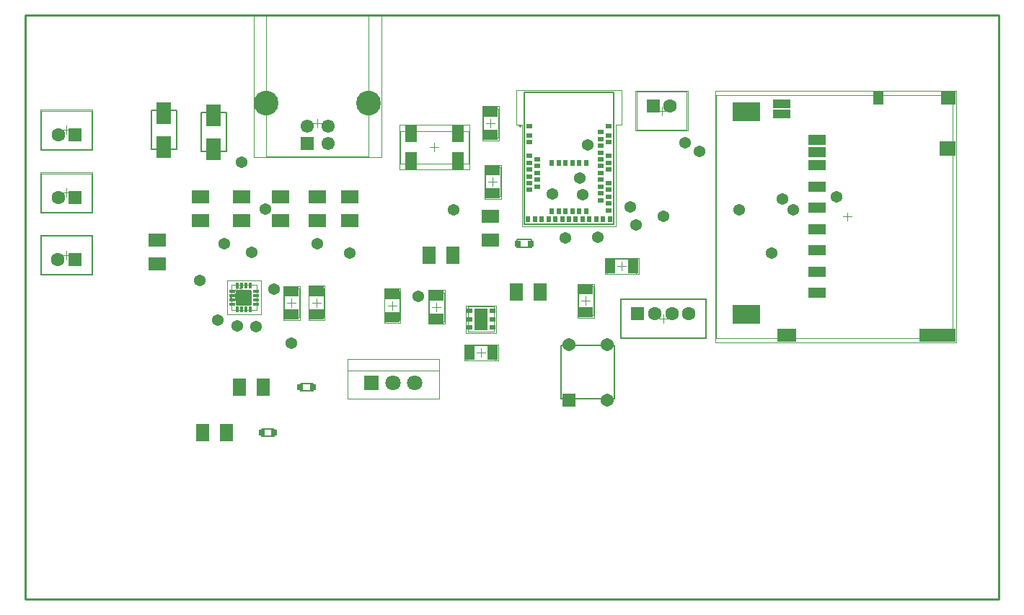
<source format=gts>
G04*
G04 #@! TF.GenerationSoftware,Altium Limited,Altium Designer,21.0.9 (235)*
G04*
G04 Layer_Color=8388736*
%FSLAX25Y25*%
%MOIN*%
G70*
G04*
G04 #@! TF.SameCoordinates,D1A995C4-E234-4582-B38A-79D50AB79B9C*
G04*
G04*
G04 #@! TF.FilePolarity,Negative*
G04*
G01*
G75*
%ADD11C,0.00787*%
%ADD13C,0.00500*%
%ADD14C,0.01000*%
%ADD15C,0.00630*%
%ADD16C,0.00394*%
%ADD17C,0.00197*%
%ADD18R,0.04724X0.06299*%
%ADD19R,0.08268X0.04331*%
%ADD20R,0.09055X0.06496*%
%ADD21R,0.12992X0.08661*%
%ADD22R,0.08071X0.05118*%
%ADD23R,0.06890X0.06299*%
%ADD24R,0.07756X0.06693*%
%ADD25R,0.16811X0.06496*%
%ADD26R,0.02756X0.01968*%
%ADD27R,0.06299X0.09843*%
%ADD28R,0.06394X0.08394*%
%ADD29R,0.07087X0.04724*%
%ADD30R,0.05512X0.07874*%
%ADD31R,0.04724X0.07087*%
%ADD32R,0.02756X0.01968*%
%ADD33R,0.01968X0.02756*%
G04:AMPARAMS|DCode=34|XSize=13.78mil|YSize=27.56mil|CornerRadius=3.94mil|HoleSize=0mil|Usage=FLASHONLY|Rotation=90.000|XOffset=0mil|YOffset=0mil|HoleType=Round|Shape=RoundedRectangle|*
%AMROUNDEDRECTD34*
21,1,0.01378,0.01968,0,0,90.0*
21,1,0.00591,0.02756,0,0,90.0*
1,1,0.00787,0.00984,0.00295*
1,1,0.00787,0.00984,-0.00295*
1,1,0.00787,-0.00984,-0.00295*
1,1,0.00787,-0.00984,0.00295*
%
%ADD34ROUNDEDRECTD34*%
G04:AMPARAMS|DCode=35|XSize=13.78mil|YSize=27.56mil|CornerRadius=3.94mil|HoleSize=0mil|Usage=FLASHONLY|Rotation=0.000|XOffset=0mil|YOffset=0mil|HoleType=Round|Shape=RoundedRectangle|*
%AMROUNDEDRECTD35*
21,1,0.01378,0.01968,0,0,0.0*
21,1,0.00591,0.02756,0,0,0.0*
1,1,0.00787,0.00295,-0.00984*
1,1,0.00787,-0.00295,-0.00984*
1,1,0.00787,-0.00295,0.00984*
1,1,0.00787,0.00295,0.00984*
%
%ADD35ROUNDEDRECTD35*%
G04:AMPARAMS|DCode=36|XSize=70.87mil|YSize=70.87mil|CornerRadius=3.98mil|HoleSize=0mil|Usage=FLASHONLY|Rotation=0.000|XOffset=0mil|YOffset=0mil|HoleType=Round|Shape=RoundedRectangle|*
%AMROUNDEDRECTD36*
21,1,0.07087,0.06291,0,0,0.0*
21,1,0.06291,0.07087,0,0,0.0*
1,1,0.00795,0.03146,-0.03146*
1,1,0.00795,-0.03146,-0.03146*
1,1,0.00795,-0.03146,0.03146*
1,1,0.00795,0.03146,0.03146*
%
%ADD36ROUNDEDRECTD36*%
%ADD37R,0.08394X0.06394*%
%ADD38R,0.03150X0.03150*%
%ADD39R,0.06693X0.09843*%
%ADD40C,0.06299*%
%ADD41R,0.06299X0.06299*%
%ADD42C,0.06102*%
%ADD43R,0.06102X0.06102*%
%ADD44C,0.11417*%
%ADD45R,0.06063X0.06063*%
%ADD46C,0.06063*%
%ADD47R,0.07087X0.07087*%
%ADD48C,0.07087*%
%ADD49C,0.05394*%
%ADD50C,0.02362*%
D11*
X487618Y332618D02*
Y357382D01*
X512382D01*
Y332618D02*
Y357382D01*
X487618Y332618D02*
X512382D01*
X349291Y318772D02*
X354803D01*
Y315228D02*
Y318772D01*
X349291Y315228D02*
X354803D01*
X349291D02*
Y318772D01*
X367244Y339772D02*
X372756D01*
Y336228D02*
Y339772D01*
X367244Y336228D02*
X372756D01*
X367244D02*
Y339772D01*
X467154Y402728D02*
Y406272D01*
Y402728D02*
X473846D01*
Y406272D01*
X467154D02*
X473846D01*
X321252Y446945D02*
X332748D01*
Y465055D01*
X321252D02*
X332748D01*
X321252Y446945D02*
Y465055D01*
X298252Y447945D02*
X309748D01*
Y466055D01*
X298252D02*
X309748D01*
X298252Y447945D02*
Y466055D01*
X468992Y458756D02*
G03*
X468992Y458756I-394J0D01*
G01*
D13*
X470567Y474504D02*
X511905D01*
Y413480D02*
Y474504D01*
X470567Y413480D02*
X511905D01*
X470567D02*
Y474504D01*
D14*
X240000Y510000D02*
X690000D01*
Y240000D02*
Y510000D01*
X240000Y240000D02*
X690000D01*
X240000D02*
Y510000D01*
D15*
X335000Y381074D02*
Y378450D01*
X335525Y377925D01*
X336574D01*
X337099Y378450D01*
Y381074D01*
X340248Y377925D02*
X338149D01*
X340248Y380024D01*
Y380549D01*
X339723Y381074D01*
X338673D01*
X338149Y380549D01*
D16*
X340606Y381862D02*
G03*
X340606Y381862I-1969J0D01*
G01*
X247386Y465858D02*
X270614D01*
X247386Y448142D02*
Y465858D01*
X270614Y448142D02*
Y465858D01*
X247386Y448142D02*
X270614D01*
X247386Y436858D02*
X270614D01*
X247386Y419142D02*
Y436858D01*
X270614Y419142D02*
Y436858D01*
X247386Y419142D02*
X270614D01*
X559130Y360596D02*
Y473195D01*
X668577Y360596D02*
Y473195D01*
X559130Y360596D02*
X668577D01*
X559130Y473195D02*
X668577D01*
X515323Y360976D02*
X554299D01*
X515323D02*
Y378693D01*
X554299Y360976D02*
Y378693D01*
X515323D02*
X554299D01*
X351299Y444783D02*
X398701D01*
Y509744D01*
X351299D02*
X398701D01*
X351299Y444783D02*
Y509744D01*
X444594Y363594D02*
Y375405D01*
X456405D01*
Y363594D02*
Y375405D01*
X444594Y363594D02*
X456405D01*
X444594Y375406D02*
X456406D01*
Y363594D02*
Y375406D01*
X444594Y363594D02*
X456406D01*
X444594D02*
Y375406D01*
X495457Y371307D02*
Y384693D01*
X502543Y371307D02*
Y384693D01*
X495457Y371307D02*
X502543D01*
X495457Y384693D02*
X502543D01*
X413252Y441520D02*
X444748D01*
X413252D02*
Y456480D01*
X444748D01*
Y441520D02*
Y456480D01*
X443992Y357543D02*
X457378D01*
X443992Y350457D02*
X457378D01*
X443992D02*
Y357543D01*
X457378Y350457D02*
Y357543D01*
X426457Y368492D02*
Y381878D01*
X433543Y368492D02*
Y381878D01*
X426457Y368492D02*
X433543D01*
X426457Y381878D02*
X433543D01*
X405957Y368992D02*
Y382378D01*
X413043Y368992D02*
Y382378D01*
X405957Y368992D02*
X413043D01*
X405957Y382378D02*
X413043D01*
X366543Y370260D02*
Y383646D01*
X359457Y370260D02*
Y383646D01*
X366543D01*
X359457Y370260D02*
X366543D01*
X378043Y370354D02*
Y383740D01*
X370957Y370354D02*
Y383740D01*
X378043D01*
X370957Y370354D02*
X378043D01*
X458543Y453354D02*
Y466740D01*
X451457Y453354D02*
Y466740D01*
X458543D01*
X451457Y453354D02*
X458543D01*
X508992Y390457D02*
X522378D01*
X508992Y397543D02*
X522378D01*
Y390457D02*
Y397543D01*
X508992Y390457D02*
Y397543D01*
X452457Y426307D02*
Y439693D01*
X459543Y426307D02*
Y439693D01*
X452457Y426307D02*
X459543D01*
X452457Y439693D02*
X459543D01*
X335094Y373594D02*
X346906D01*
X335094Y385406D02*
X346906D01*
Y373594D02*
Y385406D01*
X335094Y373594D02*
Y385406D01*
X388937Y345709D02*
X431063D01*
X388937Y332717D02*
X431063D01*
Y351220D01*
X388937Y332717D02*
Y351220D01*
X431063D01*
X247323Y390307D02*
X270551D01*
Y408024D01*
X247323Y390307D02*
Y408024D01*
X270551D01*
X522449Y474693D02*
X545677D01*
X522449Y456976D02*
Y474693D01*
X545677Y456976D02*
Y474693D01*
X522449Y456976D02*
X545677D01*
X259000Y455031D02*
Y458968D01*
X257031Y457000D02*
X260968D01*
X259000Y426031D02*
Y429968D01*
X257031Y428000D02*
X260968D01*
X617939Y416896D02*
X621876D01*
X619907Y414927D02*
Y418864D01*
X534811Y367866D02*
Y371803D01*
X532843Y369835D02*
X536780D01*
X375000Y458032D02*
Y461969D01*
X373031Y460000D02*
X376969D01*
X450500Y367532D02*
Y371469D01*
X448532Y369500D02*
X452469D01*
X497032Y378000D02*
X500969D01*
X499000Y376032D02*
Y379969D01*
X495260Y370126D02*
Y385874D01*
X502740Y370126D02*
Y385874D01*
X495260Y370126D02*
X502740D01*
X495260Y385874D02*
X502740D01*
X427032Y449000D02*
X430969D01*
X429000Y447032D02*
Y450969D01*
X450685Y352031D02*
Y355969D01*
X448717Y354000D02*
X452654D01*
X442811Y357740D02*
X458559D01*
X442811Y350260D02*
X458559D01*
X442811D02*
Y357740D01*
X458559Y350260D02*
Y357740D01*
X428032Y375185D02*
X431969D01*
X430000Y373217D02*
Y377154D01*
X426260Y367311D02*
Y383059D01*
X433740Y367311D02*
Y383059D01*
X426260Y367311D02*
X433740D01*
X426260Y383059D02*
X433740D01*
X407532Y375685D02*
X411469D01*
X409500Y373717D02*
Y377654D01*
X405760Y367811D02*
Y383559D01*
X413240Y367811D02*
Y383559D01*
X405760Y367811D02*
X413240D01*
X405760Y383559D02*
X413240D01*
X361032Y376953D02*
X364969D01*
X363000Y374984D02*
Y378921D01*
X366740Y369079D02*
Y384827D01*
X359260Y369079D02*
Y384827D01*
X366740D01*
X359260Y369079D02*
X366740D01*
X372532Y377047D02*
X376469D01*
X374500Y375079D02*
Y379016D01*
X378240Y369173D02*
Y384921D01*
X370760Y369173D02*
Y384921D01*
X378240D01*
X370760Y369173D02*
X378240D01*
X453032Y460047D02*
X456969D01*
X455000Y458079D02*
Y462016D01*
X458740Y452173D02*
Y467921D01*
X451260Y452173D02*
Y467921D01*
X458740D01*
X451260Y452173D02*
X458740D01*
X515685Y392032D02*
Y395969D01*
X513717Y394000D02*
X517654D01*
X507811Y390260D02*
X523559D01*
X507811Y397740D02*
X523559D01*
Y390260D02*
Y397740D01*
X507811Y390260D02*
Y397740D01*
X454032Y433000D02*
X457969D01*
X456000Y431032D02*
Y434969D01*
X452260Y425126D02*
Y440874D01*
X459740Y425126D02*
Y440874D01*
X452260Y425126D02*
X459740D01*
X452260Y440874D02*
X459740D01*
X341000Y377532D02*
Y381469D01*
X339032Y379500D02*
X342969D01*
X408031Y340000D02*
X411969D01*
X410000Y338031D02*
Y341968D01*
X256968Y399165D02*
X260905D01*
X258937Y397197D02*
Y401134D01*
X532094Y465835D02*
X536031D01*
X534063Y463866D02*
Y467803D01*
D17*
X246992Y466252D02*
X271008D01*
X246992Y447748D02*
Y466252D01*
X271008Y447748D02*
Y466252D01*
X246992Y447748D02*
X271008D01*
X246992Y437252D02*
X271008D01*
X246992Y418748D02*
Y437252D01*
X271008Y418748D02*
Y437252D01*
X246992Y418748D02*
X271008D01*
X558734Y358777D02*
Y474915D01*
Y358777D02*
X670153D01*
Y474915D01*
X558734D02*
X670153D01*
X514929Y360583D02*
X554693D01*
X514929D02*
Y379087D01*
X554693Y360583D02*
Y379087D01*
X514929D02*
X554693D01*
X345394Y444390D02*
Y510138D01*
X404606D01*
Y444390D02*
Y510138D01*
X345394Y444390D02*
X404606D01*
X443610Y375799D02*
X457390D01*
Y363201D02*
Y375799D01*
X443610Y363201D02*
X457390D01*
X443610D02*
Y375799D01*
X412858Y438567D02*
X445142D01*
X412858D02*
Y459433D01*
X445142D01*
Y438567D02*
Y459433D01*
X466827Y459543D02*
X469583D01*
X466827D02*
Y475488D01*
X515646D01*
Y459543D02*
Y475488D01*
X512890Y459543D02*
X515646D01*
X512890Y412496D02*
Y459543D01*
X469583Y412496D02*
X512890D01*
X469583D02*
Y459543D01*
X333126Y371626D02*
X348874D01*
X333126Y387374D02*
X348874D01*
Y371626D02*
Y387374D01*
X333126Y371626D02*
Y387374D01*
X246929Y389913D02*
X270945D01*
Y408417D01*
X246929Y389913D02*
Y408417D01*
X270945D01*
X522055Y475087D02*
X546071D01*
X522055Y456583D02*
Y475087D01*
X546071Y456583D02*
Y475087D01*
X522055Y456583D02*
X546071D01*
D18*
X634366Y471571D02*
D03*
D19*
X589602Y469012D02*
D03*
Y464287D02*
D03*
D20*
X591728Y362220D02*
D03*
D21*
X573303Y371689D02*
D03*
Y465390D02*
D03*
D22*
X606000Y401315D02*
D03*
Y411157D02*
D03*
Y421000D02*
D03*
Y430842D02*
D03*
Y440685D02*
D03*
Y391472D02*
D03*
Y446590D02*
D03*
Y452496D02*
D03*
Y381630D02*
D03*
D23*
X666512Y471571D02*
D03*
D24*
X666079Y448461D02*
D03*
D25*
X661551Y362220D02*
D03*
D26*
X455815Y373437D02*
D03*
Y369500D02*
D03*
Y365563D02*
D03*
X445185D02*
D03*
Y369500D02*
D03*
Y373437D02*
D03*
D27*
X450500Y369500D02*
D03*
D28*
X467000Y382000D02*
D03*
X478000D02*
D03*
X333000Y317000D02*
D03*
X322000D02*
D03*
X350000Y338000D02*
D03*
X339000D02*
D03*
X426500Y399000D02*
D03*
X437500D02*
D03*
D29*
X499000Y372685D02*
D03*
Y383315D02*
D03*
X430000Y369870D02*
D03*
Y380500D02*
D03*
X409500Y370370D02*
D03*
Y381000D02*
D03*
X363000Y382268D02*
D03*
Y371638D02*
D03*
X374500Y382362D02*
D03*
Y371732D02*
D03*
X455000Y465362D02*
D03*
Y454732D02*
D03*
X456000Y427685D02*
D03*
Y438315D02*
D03*
D30*
X439827Y442701D02*
D03*
Y455299D02*
D03*
X418173Y442701D02*
D03*
Y455299D02*
D03*
D31*
X445370Y354000D02*
D03*
X456000D02*
D03*
X521000Y394000D02*
D03*
X510370D02*
D03*
D32*
X472929Y458756D02*
D03*
Y454425D02*
D03*
Y451276D02*
D03*
Y444976D02*
D03*
X476472Y443402D02*
D03*
X472929Y441827D02*
D03*
X476472Y440252D02*
D03*
X472929Y438677D02*
D03*
X476472Y437102D02*
D03*
X472929Y435528D02*
D03*
X476472Y433953D02*
D03*
X472929Y432378D02*
D03*
X476472Y430803D02*
D03*
X472929Y429228D02*
D03*
X509543Y419780D02*
D03*
Y422929D02*
D03*
X506000Y424504D02*
D03*
X509543Y426079D02*
D03*
X506000Y427654D02*
D03*
X509543Y429228D02*
D03*
X506000Y430803D02*
D03*
X509543Y432378D02*
D03*
X506000Y433953D02*
D03*
Y437102D02*
D03*
X509543Y438677D02*
D03*
X506000Y440252D02*
D03*
X509543Y441827D02*
D03*
X506000Y443402D02*
D03*
X509543Y444976D02*
D03*
X506000Y446551D02*
D03*
Y449701D02*
D03*
X509543Y451276D02*
D03*
X506000Y452850D02*
D03*
X509543Y454425D02*
D03*
X506000Y456000D02*
D03*
X509543Y458756D02*
D03*
D33*
X472339Y415842D02*
D03*
X475488D02*
D03*
X478638D02*
D03*
X481787D02*
D03*
X483362Y419386D02*
D03*
X484937Y415842D02*
D03*
X486512Y419386D02*
D03*
X488087Y415842D02*
D03*
X489661Y419386D02*
D03*
X491236Y415842D02*
D03*
X492811Y419386D02*
D03*
X494386Y415842D02*
D03*
X495961Y419386D02*
D03*
X497535Y415842D02*
D03*
X499110Y419386D02*
D03*
X500685Y415842D02*
D03*
X503835D02*
D03*
X506984D02*
D03*
X510134D02*
D03*
X483362Y441827D02*
D03*
X486512D02*
D03*
X489661D02*
D03*
X492811D02*
D03*
X495961D02*
D03*
X499110D02*
D03*
D34*
X335488Y382453D02*
D03*
Y380484D02*
D03*
Y378516D02*
D03*
Y376547D02*
D03*
X346512D02*
D03*
Y378516D02*
D03*
Y380484D02*
D03*
Y382453D02*
D03*
D35*
X338047Y373988D02*
D03*
X340016D02*
D03*
X341984D02*
D03*
X343953D02*
D03*
Y385012D02*
D03*
X341984D02*
D03*
X340016D02*
D03*
X338047D02*
D03*
D36*
X341000Y379500D02*
D03*
D37*
X455000Y406000D02*
D03*
Y417000D02*
D03*
X390000Y426000D02*
D03*
Y415000D02*
D03*
X375000Y426000D02*
D03*
Y415000D02*
D03*
X301000Y406000D02*
D03*
Y395000D02*
D03*
X321000Y426000D02*
D03*
Y415000D02*
D03*
X340000Y426000D02*
D03*
Y415000D02*
D03*
X358000Y426000D02*
D03*
Y415000D02*
D03*
D38*
X349094Y317000D02*
D03*
X355000D02*
D03*
X367047Y338000D02*
D03*
X372953D02*
D03*
X473453Y404500D02*
D03*
X467547D02*
D03*
D39*
X327000Y463874D02*
D03*
Y448126D02*
D03*
X304000Y464874D02*
D03*
Y449126D02*
D03*
D40*
X255063Y454835D02*
D03*
Y425835D02*
D03*
X538748Y372000D02*
D03*
X530874D02*
D03*
X546622D02*
D03*
X255000Y397000D02*
D03*
X538000Y468000D02*
D03*
D41*
X262937Y454835D02*
D03*
Y425835D02*
D03*
X523000Y372000D02*
D03*
X262874Y397000D02*
D03*
X530126Y468000D02*
D03*
D42*
X370079Y458602D02*
D03*
X379921D02*
D03*
Y450728D02*
D03*
D43*
X370079D02*
D03*
D44*
X351299Y469272D02*
D03*
X398701D02*
D03*
D45*
X491142Y332205D02*
D03*
D46*
Y357795D02*
D03*
X508858Y332205D02*
D03*
Y357795D02*
D03*
D47*
X400000Y340000D02*
D03*
D48*
X410000D02*
D03*
X420000D02*
D03*
D49*
X421500Y380000D02*
D03*
X332000Y404500D02*
D03*
X355000Y383500D02*
D03*
X338000Y366500D02*
D03*
X340000Y442000D02*
D03*
X320500Y387500D02*
D03*
X344500Y400500D02*
D03*
X351000Y420500D02*
D03*
X346500Y366000D02*
D03*
X363000Y358500D02*
D03*
X329000Y369000D02*
D03*
X504500Y407500D02*
D03*
X522333Y413177D02*
D03*
X438000Y420000D02*
D03*
X489500Y407000D02*
D03*
X390000Y400000D02*
D03*
X535000Y417000D02*
D03*
X595000Y420000D02*
D03*
X615000Y425921D02*
D03*
X590000Y425000D02*
D03*
X585000Y400000D02*
D03*
X496308Y434692D02*
D03*
X545000Y451000D02*
D03*
X551500Y447000D02*
D03*
X519459Y421500D02*
D03*
X483459Y427500D02*
D03*
X497500Y427000D02*
D03*
X375000Y404500D02*
D03*
X500000Y450000D02*
D03*
X570000Y420000D02*
D03*
D50*
X341000Y379500D02*
D03*
X342969Y377532D02*
D03*
Y381469D02*
D03*
X339032D02*
D03*
Y377532D02*
D03*
M02*

</source>
